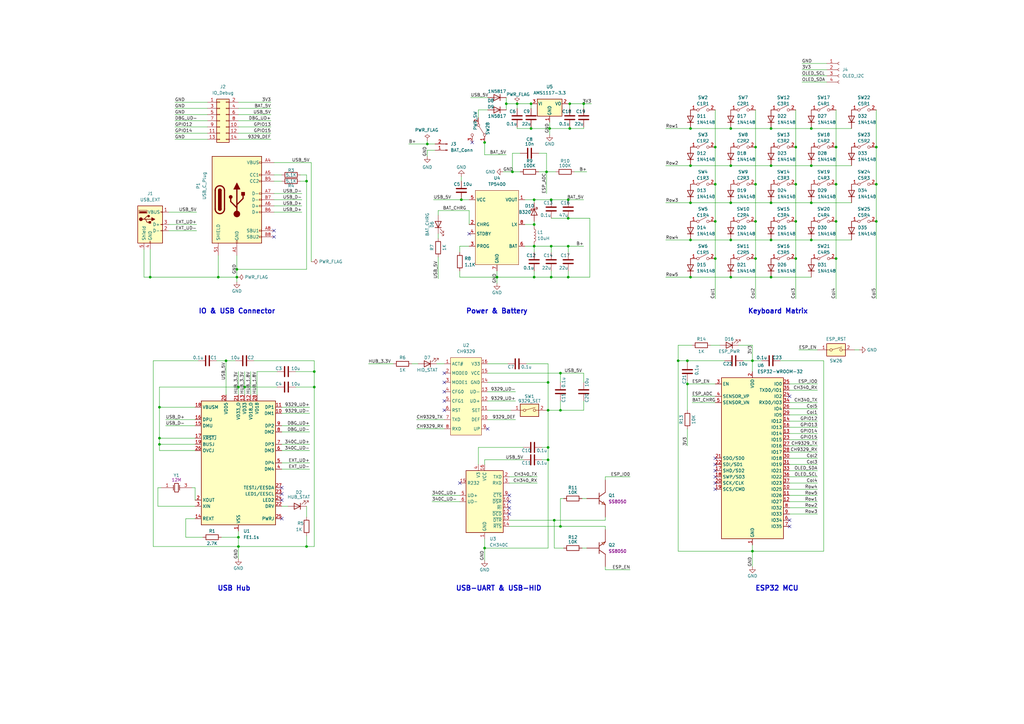
<source format=kicad_sch>
(kicad_sch (version 20211123) (generator eeschema)
  (paper "A3")
  (title_block (title "ESP32 Macro NumPad") (date "2022-04-03") (rev "Alpha 0.1") (company "Adamwuqwq"))
  (junction (at 308.61 226.06))
  (junction (at 97.79 158.75))
  (junction (at 227.33 213.36))
  (junction (at 224.79 183.515))
  (junction (at 293.37 75.565))
  (junction (at 299.72 52.705))
  (junction (at 128.905 158.75))
  (junction (at 309.88 90.805))
  (junction (at 217.805 42.545))
  (junction (at 233.68 42.545))
  (junction (at 224.79 168.275))
  (junction (at 189.23 81.915))
  (junction (at 217.805 52.705))
  (junction (at 342.9 60.325))
  (junction (at 97.79 224.155))
  (junction (at 239.395 42.545))
  (junction (at 226.06 113.665))
  (junction (at 226.06 100.965))
  (junction (at 226.06 81.915))
  (junction (at 332.74 83.185))
  (junction (at 281.94 157.48))
  (junction (at 224.155 70.485))
  (junction (at 326.39 60.325))
  (junction (at 326.39 75.565))
  (junction (at 283.21 113.665))
  (junction (at 233.68 52.705))
  (junction (at 233.045 89.535))
  (junction (at 212.09 42.545))
  (junction (at 326.39 90.805))
  (junction (at 61.595 113.665))
  (junction (at 359.41 90.805))
  (junction (at 229.87 215.9))
  (junction (at 125.73 74.295))
  (junction (at 203.835 113.665))
  (junction (at 219.075 100.965))
  (junction (at 316.23 67.945))
  (junction (at 225.425 52.705))
  (junction (at 224.79 188.595))
  (junction (at 332.74 98.425))
  (junction (at 308.61 147.955))
  (junction (at 229.87 168.275))
  (junction (at 342.9 90.805))
  (junction (at 293.37 106.045))
  (junction (at 175.26 59.055))
  (junction (at 332.74 52.705))
  (junction (at 316.23 83.185))
  (junction (at 309.88 60.325))
  (junction (at 283.21 67.945))
  (junction (at 97.155 113.665))
  (junction (at 207.645 42.545))
  (junction (at 233.045 113.665))
  (junction (at 359.41 75.565))
  (junction (at 359.41 60.325))
  (junction (at 128.905 152.4))
  (junction (at 233.045 81.915))
  (junction (at 283.21 83.185))
  (junction (at 278.13 147.955))
  (junction (at 65.405 179.705))
  (junction (at 89.535 113.665))
  (junction (at 293.37 60.325))
  (junction (at 299.72 67.945))
  (junction (at 309.88 106.045))
  (junction (at 316.23 98.425))
  (junction (at 92.71 147.955))
  (junction (at 233.045 100.965))
  (junction (at 316.23 52.705))
  (junction (at 100.33 158.75))
  (junction (at 283.21 52.705))
  (junction (at 219.075 113.665))
  (junction (at 97.79 220.345))
  (junction (at 342.9 106.045))
  (junction (at 283.21 98.425))
  (junction (at 299.72 113.665))
  (junction (at 224.79 156.845))
  (junction (at 125.73 224.155))
  (junction (at 198.755 224.79))
  (junction (at 299.72 83.185))
  (junction (at 309.88 75.565))
  (junction (at 332.74 67.945))
  (junction (at 281.94 147.955))
  (junction (at 326.39 106.045))
  (junction (at 65.405 167.005))
  (junction (at 97.155 110.49))
  (junction (at 219.075 92.075))
  (junction (at 316.23 113.665))
  (junction (at 229.87 153.035))
  (junction (at 198.755 58.42))
  (junction (at 65.405 182.245))
  (junction (at 210.185 70.485))
  (junction (at 293.37 90.805))
  (junction (at 219.075 81.915))
  (junction (at 299.72 98.425))
  (junction (at 342.9 75.565))
  (no_connect (at 115.57 205.105))
  (no_connect (at 115.57 202.565))
  (no_connect (at 200.025 175.895))
  (no_connect (at 112.395 94.615))
  (no_connect (at 112.395 97.155))
  (no_connect (at 323.85 213.36))
  (no_connect (at 323.85 215.9))
  (no_connect (at 208.915 205.74))
  (no_connect (at 208.915 208.28))
  (no_connect (at 208.915 210.82))
  (no_connect (at 188.595 198.12))
  (no_connect (at 208.915 203.2))
  (no_connect (at 293.37 187.96))
  (no_connect (at 293.37 193.04))
  (no_connect (at 293.37 190.5))
  (no_connect (at 293.37 195.58))
  (no_connect (at 293.37 200.66))
  (no_connect (at 293.37 198.12))
  (no_connect (at 193.675 58.42))
  (no_connect (at 115.57 212.725))
  (no_connect (at 115.57 200.025))
  (no_connect (at 182.245 164.465))
  (no_connect (at 182.245 168.275))
  (no_connect (at 182.245 160.655))
  (no_connect (at 182.245 156.845))
  (no_connect (at 182.245 153.035))
  (no_connect (at 192.405 95.885))
  (no_connect (at 323.85 162.56))
  (wire (pts (xy 359.41 90.805) (xy 359.41 122.555)))
  (wire (pts (xy 233.045 81.915) (xy 239.395 81.915)))
  (wire (pts (xy 227.33 224.79) (xy 227.33 213.36)))
  (wire (pts (xy 281.94 147.955) (xy 281.94 148.59)))
  (wire (pts (xy 198.755 224.79) (xy 224.79 224.79)))
  (wire (pts (xy 323.85 200.66) (xy 335.28 200.66)))
  (wire (pts (xy 248.285 195.58) (xy 258.445 195.58)))
  (wire (pts (xy 151.13 149.225) (xy 161.29 149.225)))
  (wire (pts (xy 97.79 49.53) (xy 111.125 49.53)))
  (wire (pts (xy 112.395 71.755) (xy 115.57 71.755)))
  (wire (pts (xy 65.405 179.705) (xy 80.01 179.705)))
  (wire (pts (xy 192.405 86.36) (xy 192.405 92.075)))
  (wire (pts (xy 80.01 182.245) (xy 65.405 182.245)))
  (wire (pts (xy 97.79 217.805) (xy 97.79 220.345)))
  (wire (pts (xy 248.285 215.9) (xy 248.285 217.17)))
  (wire (pts (xy 226.06 113.665) (xy 219.075 113.665)))
  (wire (pts (xy 175.26 59.055) (xy 178.435 59.055)))
  (wire (pts (xy 67.945 172.085) (xy 80.01 172.085)))
  (wire (pts (xy 115.57 182.245) (xy 127 182.245)))
  (wire (pts (xy 207.645 40.005) (xy 207.645 42.545)))
  (wire (pts (xy 309.88 90.805) (xy 309.88 106.045)))
  (wire (pts (xy 328.93 31.115) (xy 339.09 31.115)))
  (wire (pts (xy 224.79 168.275) (xy 229.87 168.275)))
  (wire (pts (xy 123.19 74.295) (xy 125.73 74.295)))
  (wire (pts (xy 198.755 190.5) (xy 198.755 188.595)))
  (wire (pts (xy 212.09 52.07) (xy 212.09 52.705)))
  (wire (pts (xy 323.85 175.26) (xy 335.28 175.26)))
  (wire (pts (xy 233.68 52.705) (xy 239.395 52.705)))
  (wire (pts (xy 65.405 167.005) (xy 80.01 167.005)))
  (wire (pts (xy 71.755 54.61) (xy 85.09 54.61)))
  (wire (pts (xy 299.72 83.185) (xy 316.23 83.185)))
  (wire (pts (xy 167.64 59.055) (xy 175.26 59.055)))
  (wire (pts (xy 308.61 141.605) (xy 308.61 147.955)))
  (wire (pts (xy 127.635 66.675) (xy 127.635 107.315)))
  (wire (pts (xy 229.87 215.9) (xy 248.285 215.9)))
  (wire (pts (xy 97.79 152.4) (xy 97.79 158.75)))
  (wire (pts (xy 78.74 200.025) (xy 80.01 200.025)))
  (wire (pts (xy 248.285 233.68) (xy 248.285 232.41)))
  (wire (pts (xy 233.045 100.965) (xy 239.395 100.965)))
  (wire (pts (xy 293.37 60.325) (xy 293.37 75.565)))
  (wire (pts (xy 326.39 75.565) (xy 326.39 90.805)))
  (wire (pts (xy 71.755 52.07) (xy 85.09 52.07)))
  (wire (pts (xy 220.98 62.865) (xy 224.155 62.865)))
  (wire (pts (xy 323.85 160.02) (xy 335.28 160.02)))
  (wire (pts (xy 112.395 79.375) (xy 123.825 79.375)))
  (wire (pts (xy 323.85 198.12) (xy 335.28 198.12)))
  (wire (pts (xy 64.77 207.645) (xy 80.01 207.645)))
  (wire (pts (xy 326.39 106.045) (xy 326.39 122.555)))
  (wire (pts (xy 212.09 52.705) (xy 217.805 52.705)))
  (wire (pts (xy 231.14 224.79) (xy 227.33 224.79)))
  (wire (pts (xy 97.79 46.99) (xy 111.125 46.99)))
  (wire (pts (xy 316.23 83.185) (xy 332.74 83.185)))
  (wire (pts (xy 115.57 189.865) (xy 127 189.865)))
  (wire (pts (xy 170.815 172.085) (xy 182.245 172.085)))
  (wire (pts (xy 235.585 70.485) (xy 240.665 70.485)))
  (wire (pts (xy 121.285 152.4) (xy 128.905 152.4)))
  (wire (pts (xy 293.37 75.565) (xy 293.37 90.805)))
  (wire (pts (xy 239.395 168.275) (xy 239.395 164.465)))
  (wire (pts (xy 323.85 170.18) (xy 335.28 170.18)))
  (wire (pts (xy 200.025 172.085) (xy 211.455 172.085)))
  (wire (pts (xy 229.87 164.465) (xy 229.87 168.275)))
  (wire (pts (xy 273.05 52.705) (xy 283.21 52.705)))
  (wire (pts (xy 219.075 100.965) (xy 219.075 103.505)))
  (wire (pts (xy 309.88 106.045) (xy 309.88 122.555)))
  (wire (pts (xy 97.79 44.45) (xy 111.125 44.45)))
  (wire (pts (xy 125.73 110.49) (xy 97.155 110.49)))
  (wire (pts (xy 281.94 156.21) (xy 281.94 157.48)))
  (wire (pts (xy 92.71 147.955) (xy 96.52 147.955)))
  (wire (pts (xy 283.21 83.185) (xy 299.72 83.185)))
  (wire (pts (xy 316.23 52.705) (xy 332.74 52.705)))
  (wire (pts (xy 226.06 89.535) (xy 233.045 89.535)))
  (wire (pts (xy 316.23 113.665) (xy 332.74 113.665)))
  (wire (pts (xy 342.9 45.085) (xy 342.9 60.325)))
  (wire (pts (xy 196.215 183.515) (xy 214.63 183.515)))
  (wire (pts (xy 198.755 224.79) (xy 198.755 229.87)))
  (wire (pts (xy 115.57 169.545) (xy 127 169.545)))
  (wire (pts (xy 71.755 44.45) (xy 85.09 44.45)))
  (wire (pts (xy 238.76 224.79) (xy 240.665 224.79)))
  (wire (pts (xy 115.57 192.405) (xy 127 192.405)))
  (wire (pts (xy 323.85 203.2) (xy 335.28 203.2)))
  (wire (pts (xy 121.285 158.75) (xy 128.905 158.75)))
  (wire (pts (xy 323.85 193.04) (xy 335.28 193.04)))
  (wire (pts (xy 100.33 158.75) (xy 100.33 161.925)))
  (wire (pts (xy 175.26 61.595) (xy 175.26 64.135)))
  (wire (pts (xy 112.395 86.995) (xy 123.825 86.995)))
  (wire (pts (xy 283.21 113.665) (xy 299.72 113.665)))
  (wire (pts (xy 224.155 70.485) (xy 227.965 70.485)))
  (wire (pts (xy 323.85 180.34) (xy 335.28 180.34)))
  (wire (pts (xy 71.755 49.53) (xy 85.09 49.53)))
  (wire (pts (xy 128.905 147.955) (xy 128.905 152.4)))
  (wire (pts (xy 112.395 74.295) (xy 115.57 74.295)))
  (wire (pts (xy 224.155 70.485) (xy 224.155 79.375)))
  (wire (pts (xy 219.075 90.805) (xy 219.075 92.075)))
  (wire (pts (xy 203.835 113.665) (xy 219.075 113.665)))
  (wire (pts (xy 104.14 147.955) (xy 128.905 147.955)))
  (wire (pts (xy 115.57 207.645) (xy 118.11 207.645)))
  (wire (pts (xy 62.865 224.155) (xy 97.79 224.155)))
  (wire (pts (xy 323.85 167.64) (xy 335.28 167.64)))
  (wire (pts (xy 328.93 26.035) (xy 339.09 26.035)))
  (wire (pts (xy 219.075 100.965) (xy 226.06 100.965)))
  (wire (pts (xy 71.755 46.99) (xy 85.09 46.99)))
  (wire (pts (xy 326.39 60.325) (xy 326.39 75.565)))
  (wire (pts (xy 65.405 167.005) (xy 65.405 158.75)))
  (wire (pts (xy 326.39 90.805) (xy 326.39 106.045)))
  (wire (pts (xy 115.57 167.005) (xy 127 167.005)))
  (wire (pts (xy 273.05 98.425) (xy 283.21 98.425)))
  (wire (pts (xy 80.01 184.785) (xy 65.405 184.785)))
  (wire (pts (xy 88.9 147.955) (xy 92.71 147.955)))
  (wire (pts (xy 208.915 215.9) (xy 229.87 215.9)))
  (wire (pts (xy 213.36 62.865) (xy 210.185 62.865)))
  (wire (pts (xy 219.075 92.075) (xy 219.075 92.71)))
  (wire (pts (xy 66.04 200.025) (xy 64.77 200.025)))
  (wire (pts (xy 323.85 165.1) (xy 335.28 165.1)))
  (wire (pts (xy 323.85 195.58) (xy 335.28 195.58)))
  (wire (pts (xy 217.805 42.545) (xy 217.805 44.45)))
  (wire (pts (xy 233.68 42.545) (xy 239.395 42.545)))
  (wire (pts (xy 62.865 147.955) (xy 62.865 224.155)))
  (wire (pts (xy 309.88 45.085) (xy 309.88 60.325)))
  (wire (pts (xy 309.88 60.325) (xy 309.88 75.565)))
  (wire (pts (xy 229.87 168.275) (xy 239.395 168.275)))
  (wire (pts (xy 308.61 147.955) (xy 308.61 152.4)))
  (wire (pts (xy 308.61 147.955) (xy 312.42 147.955)))
  (wire (pts (xy 222.25 183.515) (xy 224.79 183.515)))
  (wire (pts (xy 89.535 113.665) (xy 97.155 113.665)))
  (wire (pts (xy 112.395 84.455) (xy 123.825 84.455)))
  (wire (pts (xy 215.265 81.915) (xy 219.075 81.915)))
  (wire (pts (xy 90.805 220.345) (xy 97.79 220.345)))
  (wire (pts (xy 231.14 204.47) (xy 229.87 204.47)))
  (wire (pts (xy 210.185 70.485) (xy 213.36 70.485)))
  (wire (pts (xy 225.425 52.705) (xy 233.68 52.705)))
  (wire (pts (xy 198.755 63.5) (xy 207.645 63.5)))
  (wire (pts (xy 198.755 58.293) (xy 198.755 58.42)))
  (wire (pts (xy 293.37 45.085) (xy 293.37 60.325)))
  (wire (pts (xy 212.09 42.545) (xy 217.805 42.545)))
  (wire (pts (xy 299.72 113.665) (xy 316.23 113.665)))
  (wire (pts (xy 76.2 212.725) (xy 76.2 220.345)))
  (wire (pts (xy 207.645 42.545) (xy 207.645 45.085)))
  (wire (pts (xy 233.045 42.545) (xy 233.68 42.545)))
  (wire (pts (xy 62.865 147.955) (xy 81.28 147.955)))
  (wire (pts (xy 308.61 147.955) (xy 304.8 147.955)))
  (wire (pts (xy 179.07 149.225) (xy 182.245 149.225)))
  (wire (pts (xy 69.215 86.995) (xy 80.645 86.995)))
  (wire (pts (xy 283.845 141.605) (xy 278.13 141.605)))
  (wire (pts (xy 193.04 40.005) (xy 200.025 40.005)))
  (wire (pts (xy 220.98 70.485) (xy 224.155 70.485)))
  (wire (pts (xy 342.9 60.325) (xy 342.9 75.565)))
  (wire (pts (xy 200.025 156.845) (xy 224.79 156.845)))
  (wire (pts (xy 299.72 52.705) (xy 316.23 52.705)))
  (wire (pts (xy 326.39 45.085) (xy 326.39 60.325)))
  (wire (pts (xy 179.705 86.36) (xy 192.405 86.36)))
  (wire (pts (xy 299.72 98.425) (xy 316.23 98.425)))
  (wire (pts (xy 65.405 158.75) (xy 97.79 158.75)))
  (wire (pts (xy 233.68 52.07) (xy 233.68 52.705)))
  (wire (pts (xy 248.285 212.09) (xy 248.285 213.36)))
  (wire (pts (xy 217.805 52.705) (xy 225.425 52.705)))
  (wire (pts (xy 115.57 177.165) (xy 127 177.165)))
  (wire (pts (xy 210.185 62.865) (xy 210.185 70.485)))
  (wire (pts (xy 233.045 113.665) (xy 233.045 111.125)))
  (wire (pts (xy 273.05 113.665) (xy 283.21 113.665)))
  (wire (pts (xy 278.13 226.06) (xy 308.61 226.06)))
  (wire (pts (xy 61.595 113.665) (xy 89.535 113.665)))
  (wire (pts (xy 309.88 75.565) (xy 309.88 90.805)))
  (wire (pts (xy 293.37 106.045) (xy 293.37 122.555)))
  (wire (pts (xy 112.395 81.915) (xy 123.825 81.915)))
  (wire (pts (xy 219.075 81.915) (xy 219.075 83.185)))
  (wire (pts (xy 332.74 98.425) (xy 349.25 98.425)))
  (wire (pts (xy 278.13 141.605) (xy 278.13 147.955)))
  (wire (pts (xy 323.85 187.96) (xy 335.28 187.96)))
  (wire (pts (xy 323.85 210.82) (xy 335.28 210.82)))
  (wire (pts (xy 332.74 67.945) (xy 349.25 67.945)))
  (wire (pts (xy 316.23 67.945) (xy 332.74 67.945)))
  (wire (pts (xy 177.165 205.74) (xy 188.595 205.74)))
  (wire (pts (xy 208.915 213.36) (xy 227.33 213.36)))
  (wire (pts (xy 308.61 226.06) (xy 308.61 232.41)))
  (wire (pts (xy 97.79 224.155) (xy 97.79 229.235)))
  (wire (pts (xy 128.905 158.75) (xy 128.905 224.155)))
  (wire (pts (xy 316.23 98.425) (xy 332.74 98.425)))
  (wire (pts (xy 207.645 42.545) (xy 212.09 42.545)))
  (wire (pts (xy 208.915 195.58) (xy 220.345 195.58)))
  (wire (pts (xy 323.85 208.28) (xy 335.28 208.28)))
  (wire (pts (xy 239.395 42.545) (xy 242.57 42.545)))
  (wire (pts (xy 65.405 182.245) (xy 65.405 179.705)))
  (wire (pts (xy 198.755 220.98) (xy 198.755 224.79)))
  (wire (pts (xy 64.77 200.025) (xy 64.77 207.645)))
  (wire (pts (xy 281.94 147.955) (xy 297.18 147.955)))
  (wire (pts (xy 226.06 103.505) (xy 226.06 100.965)))
  (wire (pts (xy 97.79 41.91) (xy 111.125 41.91)))
  (wire (pts (xy 189.23 81.915) (xy 192.405 81.915)))
  (wire (pts (xy 168.91 149.225) (xy 171.45 149.225)))
  (wire (pts (xy 226.06 113.665) (xy 233.045 113.665)))
  (wire (pts (xy 273.05 67.945) (xy 283.21 67.945)))
  (wire (pts (xy 188.595 111.125) (xy 188.595 113.665)))
  (wire (pts (xy 102.87 152.4) (xy 102.87 161.925)))
  (wire (pts (xy 59.055 102.235) (xy 59.055 113.665)))
  (wire (pts (xy 320.04 147.955) (xy 337.82 147.955)))
  (wire (pts (xy 179.705 95.885) (xy 179.705 97.79)))
  (wire (pts (xy 80.01 212.725) (xy 76.2 212.725)))
  (wire (pts (xy 359.41 45.085) (xy 359.41 60.325)))
  (wire (pts (xy 71.755 57.15) (xy 85.09 57.15)))
  (wire (pts (xy 219.075 100.33) (xy 219.075 100.965)))
  (wire (pts (xy 224.79 168.275) (xy 224.79 183.515)))
  (wire (pts (xy 115.57 174.625) (xy 127 174.625)))
  (wire (pts (xy 69.215 94.615) (xy 80.645 94.615)))
  (wire (pts (xy 97.79 54.61) (xy 111.125 54.61)))
  (wire (pts (xy 179.705 105.41) (xy 179.705 114.3)))
  (wire (pts (xy 97.155 104.775) (xy 97.155 110.49)))
  (wire (pts (xy 299.72 67.945) (xy 316.23 67.945)))
  (wire (pts (xy 323.85 172.72) (xy 335.28 172.72)))
  (wire (pts (xy 342.9 106.045) (xy 342.9 122.555)))
  (wire (pts (xy 170.815 175.895) (xy 182.245 175.895)))
  (wire (pts (xy 215.265 100.965) (xy 219.075 100.965)))
  (wire (pts (xy 283.845 162.56) (xy 293.37 162.56)))
  (wire (pts (xy 215.265 92.075) (xy 219.075 92.075)))
  (wire (pts (xy 229.87 153.035) (xy 229.87 156.845)))
  (wire (pts (xy 97.155 115.57) (xy 97.155 113.665)))
  (wire (pts (xy 226.06 81.915) (xy 233.045 81.915)))
  (wire (pts (xy 61.595 102.235) (xy 61.595 113.665)))
  (wire (pts (xy 248.285 233.68) (xy 258.445 233.68)))
  (wire (pts (xy 188.595 113.665) (xy 203.835 113.665)))
  (wire (pts (xy 283.21 52.705) (xy 299.72 52.705)))
  (wire (pts (xy 200.025 153.035) (xy 229.87 153.035)))
  (wire (pts (xy 97.155 110.49) (xy 97.155 113.665)))
  (wire (pts (xy 112.395 66.675) (xy 127.635 66.675)))
  (wire (pts (xy 241.935 89.535) (xy 241.935 113.665)))
  (wire (pts (xy 302.895 141.605) (xy 308.61 141.605)))
  (wire (pts (xy 71.755 41.91) (xy 85.09 41.91)))
  (wire (pts (xy 332.74 52.705) (xy 349.25 52.705)))
  (wire (pts (xy 97.79 224.155) (xy 125.73 224.155)))
  (wire (pts (xy 224.79 188.595) (xy 224.79 224.79)))
  (wire (pts (xy 177.8 81.915) (xy 189.23 81.915)))
  (wire (pts (xy 226.06 100.965) (xy 233.045 100.965)))
  (wire (pts (xy 291.465 141.605) (xy 295.275 141.605)))
  (wire (pts (xy 200.025 164.465) (xy 211.455 164.465)))
  (wire (pts (xy 224.155 62.865) (xy 224.155 70.485)))
  (wire (pts (xy 233.045 100.965) (xy 233.045 103.505)))
  (wire (pts (xy 342.9 90.805) (xy 342.9 106.045)))
  (wire (pts (xy 323.85 190.5) (xy 335.28 190.5)))
  (wire (pts (xy 283.21 67.945) (xy 299.72 67.945)))
  (wire (pts (xy 226.06 111.125) (xy 226.06 113.665)))
  (wire (pts (xy 59.055 113.665) (xy 61.595 113.665)))
  (wire (pts (xy 219.075 81.915) (xy 226.06 81.915)))
  (wire (pts (xy 125.73 74.295) (xy 125.73 110.49)))
  (wire (pts (xy 123.19 71.755) (xy 125.73 71.755)))
  (wire (pts (xy 76.2 220.345) (xy 83.185 220.345)))
  (wire (pts (xy 278.13 147.955) (xy 278.13 226.06)))
  (wire (pts (xy 227.33 213.36) (xy 248.285 213.36)))
  (wire (pts (xy 229.87 153.035) (xy 239.395 153.035)))
  (wire (pts (xy 217.805 52.07) (xy 217.805 52.705)))
  (wire (pts (xy 203.835 113.665) (xy 203.835 116.205)))
  (wire (pts (xy 69.215 92.075) (xy 80.645 92.075)))
  (wire (pts (xy 332.74 83.185) (xy 349.25 83.185)))
  (wire (pts (xy 188.595 103.505) (xy 188.595 100.965)))
  (wire (pts (xy 188.595 100.965) (xy 192.405 100.965)))
  (wire (pts (xy 233.68 42.545) (xy 233.68 44.45)))
  (wire (pts (xy 219.075 111.125) (xy 219.075 113.665)))
  (wire (pts (xy 97.79 220.345) (xy 97.79 224.155)))
  (wire (pts (xy 175.26 57.785) (xy 175.26 59.055)))
  (wire (pts (xy 281.94 157.48) (xy 281.94 168.275)))
  (wire (pts (xy 196.215 45.085) (xy 200.025 45.085)))
  (wire (pts (xy 65.405 179.705) (xy 65.405 167.005)))
  (wire (pts (xy 67.945 174.625) (xy 80.01 174.625)))
  (wire (pts (xy 323.85 157.48) (xy 335.28 157.48)))
  (wire (pts (xy 328.93 33.655) (xy 339.09 33.655)))
  (wire (pts (xy 281.94 175.895) (xy 281.94 182.88)))
  (wire (pts (xy 175.26 61.595) (xy 178.435 61.595)))
  (wire (pts (xy 224.79 149.225) (xy 224.79 156.845)))
  (wire (pts (xy 177.165 203.2) (xy 188.595 203.2)))
  (wire (pts (xy 327.66 143.51) (xy 335.28 143.51)))
  (wire (pts (xy 308.61 223.52) (xy 308.61 226.06)))
  (wire (pts (xy 115.57 184.785) (xy 127 184.785)))
  (wire (pts (xy 239.395 42.545) (xy 239.395 44.45)))
  (wire (pts (xy 229.87 204.47) (xy 229.87 215.9)))
  (wire (pts (xy 97.79 57.15) (xy 111.125 57.15)))
  (wire (pts (xy 233.045 89.535) (xy 241.935 89.535)))
  (wire (pts (xy 80.01 200.025) (xy 80.01 205.105)))
  (wire (pts (xy 198.755 58.42) (xy 198.755 63.5)))
  (wire (pts (xy 241.935 113.665) (xy 233.045 113.665)))
  (wire (pts (xy 100.33 158.75) (xy 113.665 158.75)))
  (wire (pts (xy 281.94 157.48) (xy 293.37 157.48)))
  (wire (pts (xy 196.215 48.26) (xy 196.215 45.085)))
  (wire (pts (xy 225.425 50.165) (xy 225.425 52.705)))
  (wire (pts (xy 105.41 152.4) (xy 105.41 161.925)))
  (wire (pts (xy 100.33 152.4) (xy 100.33 158.75)))
  (wire (pts (xy 293.37 90.805) (xy 293.37 106.045)))
  (wire (pts (xy 179.705 88.265) (xy 179.705 86.36)))
  (wire (pts (xy 238.76 204.47) (xy 240.665 204.47)))
  (wire (pts (xy 212.09 42.545) (xy 212.09 44.45)))
  (wire (pts (xy 323.85 205.74) (xy 335.28 205.74)))
  (wire (pts (xy 328.93 28.575) (xy 339.09 28.575)))
  (wire (pts (xy 222.25 188.595) (xy 224.79 188.595)))
  (wire (pts (xy 248.285 195.58) (xy 248.285 196.85)))
  (wire (pts (xy 337.82 226.06) (xy 308.61 226.06)))
  (wire (pts (xy 359.41 75.565) (xy 359.41 90.805)))
  (wire (pts (xy 273.05 83.185) (xy 283.21 83.185)))
  (wire (pts (xy 97.79 52.07) (xy 111.125 52.07)))
  (wire (pts (xy 323.85 182.88) (xy 335.28 182.88)))
  (wire (pts (xy 125.73 207.645) (xy 125.73 212.09)))
  (wire (pts (xy 200.025 160.655) (xy 211.455 160.655)))
  (wire (pts (xy 239.395 52.705) (xy 239.395 52.07)))
  (wire (pts (xy 283.21 98.425) (xy 299.72 98.425)))
  (wire (pts (xy 200.025 149.225) (xy 208.28 149.225)))
  (wire (pts (xy 323.85 185.42) (xy 335.28 185.42)))
  (wire (pts (xy 189.23 72.39) (xy 189.23 74.295)))
  (wire (pts (xy 239.395 153.035) (xy 239.395 156.845)))
  (wire (pts (xy 65.405 184.785) (xy 65.405 182.245)))
  (wire (pts (xy 97.79 158.75) (xy 97.79 161.925)))
  (wire (pts (xy 342.9 75.565) (xy 342.9 90.805)))
  (wire (pts (xy 208.915 198.12) (xy 220.345 198.12)))
  (wire (pts (xy 323.85 177.8) (xy 335.28 177.8)))
  (wire (pts (xy 359.41 60.325) (xy 359.41 75.565)))
  (wire (pts (xy 105.41 152.4) (xy 113.665 152.4)))
  (wire (pts (xy 89.535 113.665) (xy 89.535 104.775)))
  (wire (pts (xy 225.425 52.705) (xy 225.425 55.245)))
  (wire (pts (xy 198.755 188.595) (xy 214.63 188.595)))
  (wire (pts (xy 125.73 224.155) (xy 128.905 224.155)))
  (wire (pts (xy 125.73 219.71) (xy 125.73 224.155)))
  (wire (pts (xy 200.025 168.275) (xy 209.55 168.275)))
  (wire (pts (xy 278.13 147.955) (xy 281.94 147.955)))
  (wire (pts (xy 196.215 190.5) (xy 196.215 183.515)))
  (wire (pts (xy 128.905 152.4) (xy 128.905 158.75)))
  (wire (pts (xy 203.835 111.125) (xy 203.835 113.665)))
  (wire (pts (xy 283.845 165.1) (xy 293.37 165.1)))
  (wire (pts (xy 224.79 183.515) (xy 224.79 188.595)))
  (wire (pts (xy 215.9 149.225) (xy 224.79 149.225)))
  (wire (pts (xy 224.79 156.845) (xy 224.79 168.275)))
  (wire (pts (xy 352.425 143.51) (xy 350.52 143.51)))
  (wire (pts (xy 125.73 71.755) (xy 125.73 74.295)))
  (wire (pts (xy 206.375 70.485) (xy 210.185 70.485)))
  (wire (pts (xy 337.82 147.955) (xy 337.82 226.06)))
  (wire (pts (xy 92.71 147.955) (xy 92.71 161.925)))
  (text "USB Hub" (at 102.87 242.57 180) (effects (font (size 2 2) bold) (justify right bottom)))
  (text "Keyboard Matrix" (at 331.47 128.905 180) (effects (font (size 2 2) bold) (justify right bottom)))
  (text "USB-UART & USB-HID" (at 222.25 242.57 180) (effects (font (size 2 2) bold) (justify right bottom)))
  (text "Power & Battery\n" (at 216.535 128.905 180) (effects (font (size 2 2) bold) (justify right bottom)))
  (text "IO & USB Connector" (at 113.03 128.905 180) (effects (font (size 2 2) bold) (justify right bottom)))
  (text "ESP32 MCU" (at 327.66 242.57 180) (effects (font (size 2 2) bold) (justify right bottom)))
  (label "OLED_SCL" (at 328.93 31.115 0))
  (label "DBG_UD-" (at 127 177.165 180))
  (label "GPIO12" (at 335.28 172.72 180))
  (label "9329_UD+" (at 127 167.005 180))
  (label "GPIO14" (at 335.28 177.8 180))
  (label "GND" (at 71.755 46.99 0))
  (label "GPIO14" (at 71.755 54.61 0))
  (label "CH9329_TX" (at 170.815 172.085 0))
  (label "DBG_UD-" (at 71.755 49.53 0))
  (label "ESP_IO0" (at 258.445 195.58 180))
  (label "BAT_5V" (at 239.395 81.915 180))
  (label "DBG_UD+" (at 127 174.625 180))
  (label "9329_UD-" (at 127 169.545 180))
  (label "CH340_TX" (at 220.345 195.58 180))
  (label "EXT_UD+" (at 127 189.865 180))
  (label "GND" (at 206.375 70.485 0))
  (label "USB_D-" (at 67.945 174.625 0))
  (label "USB_5V" (at 92.71 148.59 270))
  (label "GND" (at 97.79 229.235 90))
  (label "ESP_IO0" (at 335.28 157.48 180))
  (label "GND" (at 97.155 112.395 90))
  (label "Row4" (at 335.28 200.66 180))
  (label "Row4" (at 273.05 98.425 0))
  (label "HUB_1.8V" (at 105.41 152.4 270))
  (label "GND" (at 328.93 26.035 0))
  (label "Col1" (at 335.28 170.18 180))
  (label "GND" (at 198.755 229.87 90))
  (label "340C_UD+" (at 127 182.245 180))
  (label "Col5" (at 359.41 122.555 90))
  (label "USB_5V" (at 80.645 86.995 180))
  (label "USB_5V" (at 127 66.675 180))
  (label "EXT_UD-" (at 80.645 94.615 180))
  (label "USB_5V" (at 177.8 81.915 0))
  (label "GND" (at 308.61 232.41 90))
  (label "BAT_5V" (at 111.125 44.45 180))
  (label "Col3" (at 326.39 122.555 90))
  (label "9329_DEF" (at 111.125 57.15 180))
  (label "CH9329_RX" (at 170.815 175.895 0))
  (label "Col4" (at 342.9 122.555 90))
  (label "CH340_RX" (at 335.28 160.02 180))
  (label "ESP_EN" (at 283.845 157.48 0))
  (label "GPIO15" (at 335.28 180.34 180))
  (label "HUB_1.8V" (at 102.87 152.4 270))
  (label "Col3" (at 335.28 190.5 180))
  (label "B+" (at 240.665 70.485 180))
  (label "ESP_ADC" (at 224.155 79.375 90))
  (label "BAT_5V" (at 207.645 63.5 180))
  (label "Col1" (at 293.37 122.555 90))
  (label "EXT_UD-" (at 127 192.405 180))
  (label "Row2" (at 273.05 67.945 0))
  (label "USB_5V" (at 238.76 153.035 180))
  (label "Row1" (at 273.05 52.705 0))
  (label "9329_DEF" (at 211.455 172.085 180))
  (label "CH9329_RX" (at 335.28 185.42 180))
  (label "9329_UD-" (at 211.455 160.655 180))
  (label "OLED_SCL" (at 335.28 195.58 180))
  (label "Col5" (at 335.28 167.64 180))
  (label "9329_UD+" (at 211.455 164.465 180))
  (label "340C_UD-" (at 127 184.785 180))
  (label "3V3" (at 111.125 41.91 180))
  (label "USB_5V" (at 193.04 40.005 0))
  (label "Col2" (at 335.28 187.96 180))
  (label "CH9329_TX" (at 335.28 182.88 180))
  (label "HUB_3.3V" (at 151.13 149.225 0))
  (label "OLED_SDA" (at 335.28 193.04 180))
  (label "Row5" (at 335.28 203.2 180))
  (label "CH340_RX" (at 220.345 198.12 180))
  (label "DBG_UD+" (at 111.125 49.53 180))
  (label "3V3" (at 281.94 182.88 90))
  (label "Row2" (at 335.28 208.28 180))
  (label "USB_D-" (at 123.825 79.375 180))
  (label "USB_D+" (at 67.945 172.085 0))
  (label "Col4" (at 335.28 198.12 180))
  (label "GND" (at 225.425 54.61 90))
  (label "GND" (at 71.755 57.15 0))
  (label "ESP_EN" (at 327.66 143.51 0))
  (label "B+" (at 167.64 59.055 0))
  (label "Col2" (at 309.88 122.555 90))
  (label "3V3" (at 328.93 28.575 0))
  (label "HUB_3.3V" (at 97.79 152.4 270))
  (label "USB_D+" (at 123.825 84.455 180))
  (label "B+" (at 239.395 100.965 180))
  (label "GND" (at 203.835 116.205 90))
  (label "USB_5V" (at 111.125 46.99 180))
  (label "Row3" (at 273.05 83.185 0))
  (label "340C_UD+" (at 177.165 203.2 0))
  (label "GPIO15" (at 111.125 54.61 180))
  (label "GND" (at 71.755 41.91 0))
  (label "BAT_CHRG" (at 181.61 86.36 0))
  (label "GPIO13" (at 335.28 175.26 180))
  (label "3V3" (at 308.61 141.605 270))
  (label "ESP_ADC" (at 283.845 162.56 0))
  (label "USB_D-" (at 123.825 81.915 180))
  (label "GPIO12" (at 71.755 52.07 0))
  (label "3V3" (at 242.57 42.545 180))
  (label "Row5" (at 273.05 113.665 0))
  (label "EXT_UD+" (at 80.645 92.075 180))
  (label "Row1" (at 335.28 205.74 180))
  (label "USB_D+" (at 123.825 86.995 180))
  (label "OLED_SDA" (at 328.93 33.655 0))
  (label "USB_5V" (at 179.705 114.3 90))
  (label "340C_UD-" (at 177.165 205.74 0))
  (label "GND" (at 175.26 64.135 90))
  (label "Row3" (at 335.28 210.82 180))
  (label "ESP_EN" (at 258.445 233.68 180))
  (label "HUB_3.3V" (at 100.33 152.4 270))
  (label "BAT_CHRG" (at 283.845 165.1 0))
  (label "CH340_TX" (at 335.28 165.1 180))
  (label "GND" (at 71.755 44.45 0))
  (label "USB_5V" (at 214.63 188.595 180))
  (label "GPIO13" (at 111.125 52.07 180))
  (symbol (lib_id "power:PWR_FLAG") (at 127.635 107.315 270) (unit 1)
    (property "Reference" "#FLG02" (effects hide))
    (property "Value" "PWR_FLAG" (at 130.81 107.3149 90) (effects (justify left)))
  )
  (symbol (lib_id "Device:D") (at 349.25 79.375 90) (unit 1)
    (property "Reference" "D34" (at 351.79 78.1049 90) (effects (justify right)))
    (property "Value" "1N4148" (at 351.79 80.6449 90) (effects (justify right)))
    (property "Footprint" "Diode_SMD:D_SOD-123" (effects hide))
  )
  (symbol (lib_id "Device:D") (at 283.21 48.895 90) (unit 1)
    (property "Reference" "D11" (at 285.75 47.6249 90) (effects (justify right)))
    (property "Value" "1N4148" (at 285.75 50.1649 90) (effects (justify right)))
    (property "Footprint" "Diode_SMD:D_SOD-123" (effects hide))
  )
  (symbol (lib_id "Device:R") (at 119.38 71.755 90) (unit 1)
    (property "Reference" "R3" (at 119.38 69.85 90))
    (property "Value" "5.1K" (at 119.38 71.755 90))
    (property "Footprint" "Resistor_SMD:R_0805_2012Metric" (effects hide))
  )
  (symbol (lib_id "Switch:SW_SPST") (at 321.31 60.325 0) (unit 1)
    (property "Reference" "SW13" (at 321.31 55.245 0))
    (property "Value" "C3R2" (at 321.31 57.785 0))
    (property "Footprint" "Button_Switch_Keyboard:SW_Cherry_MX_1.00u_PCB" (effects hide))
  )
  (symbol (lib_id "Device:D") (at 283.21 94.615 90) (unit 1)
    (property "Reference" "D14" (at 285.75 93.3449 90) (effects (justify right)))
    (property "Value" "1N4148" (at 285.75 95.8849 90) (effects (justify right)))
    (property "Footprint" "Diode_SMD:D_SOD-123" (effects hide))
  )
  (symbol (lib_id "Connector:Conn_01x02_Male") (at 183.515 61.595 180) (unit 1)
    (property "Reference" "J3" (at 184.785 59.0549 0) (effects (justify right)))
    (property "Value" "BAT_Conn" (at 184.785 61.5949 0) (effects (justify right)))
    (property "Footprint" "Connector_PinHeader_2.00mm:PinHeader_2x01_P2.00mm_Vertical_SMD" (effects hide))
  )
  (symbol (lib_id "Device:C") (at 226.06 85.725 0) (unit 1)
    (property "Reference" "C13" (at 222.885 83.185 0) (effects (justify left)))
    (property "Value" "0.1u" (at 221.615 88.265 0) (effects (justify left)))
    (property "Footprint" "Capacitor_SMD:C_0805_2012Metric" (effects hide))
  )
  (symbol (lib_id "Device:D") (at 316.23 109.855 90) (unit 1)
    (property "Reference" "D26" (at 318.77 108.5849 90) (effects (justify right)))
    (property "Value" "1N4148" (at 318.77 111.1249 90) (effects (justify right)))
    (property "Footprint" "Diode_SMD:D_SOD-123" (effects hide))
  )
  (symbol (lib_id "Device:R") (at 86.995 220.345 90) (unit 1)
    (property "Reference" "R1" (at 86.995 217.805 90))
    (property "Value" "2.7K" (at 86.995 222.885 90))
    (property "Footprint" "Resistor_SMD:R_0805_2012Metric" (effects hide))
  )
  (symbol (lib_id "Device:D") (at 349.25 94.615 90) (unit 1)
    (property "Reference" "D35" (at 351.79 93.345 90) (effects (justify right)))
    (property "Value" "1N4148" (at 351.79 95.885 90) (effects (justify right)))
    (property "Footprint" "Diode_SMD:D_SOD-123" (effects hide))
  )
  (symbol (lib_id "Device:C") (at 100.33 147.955 270) (unit 1)
    (property "Reference" "C2" (at 102.87 146.685 90))
    (property "Value" "10u" (at 96.52 146.685 90))
    (property "Footprint" "Capacitor_SMD:C_0805_2012Metric" (effects hide))
  )
  (symbol (lib_id "Switch:SW_SPST") (at 337.82 45.085 0) (unit 1)
    (property "Reference" "SW17" (at 337.82 40.005 0))
    (property "Value" "C4R1" (at 337.82 42.545 0))
    (property "Footprint" "Button_Switch_Keyboard:SW_Cherry_MX_1.00u_PCB" (effects hide))
  )
  (symbol (lib_id "power:GND") (at 198.755 229.87 0) (unit 1)
    (property "Reference" "#PWR05" (effects hide))
    (property "Value" "GND" (at 198.755 233.68 0))
  )
  (symbol (lib_id "Device:D") (at 299.72 64.135 90) (unit 1)
    (property "Reference" "D18" (at 302.26 62.8649 90) (effects (justify right)))
    (property "Value" "1N4148" (at 302.26 65.4049 90) (effects (justify right)))
    (property "Footprint" "Diode_SMD:D_SOD-123" (effects hide))
  )
  (symbol (lib_id "Connector:Conn_01x04_Female") (at 344.17 28.575 0) (unit 1)
    (property "Reference" "J4" (at 345.44 28.5749 0) (effects (justify left)))
    (property "Value" "OLED_I2C" (at 345.44 31.1149 0) (effects (justify left)))
    (property "Footprint" "Connector_PinSocket_2.54mm:PinSocket_1x04_P2.54mm_Vertical" (effects hide))
  )
  (symbol (lib_id "Device:R") (at 179.705 101.6 180) (unit 1)
    (property "Reference" "R7" (at 177.165 102.87 90) (effects (justify right)))
    (property "Value" "1K" (at 182.245 102.8699 90) (effects (justify right)))
    (property "Footprint" "Resistor_SMD:R_0805_2012Metric" (effects hide))
  )
  (symbol (lib_id "Device:R") (at 234.95 224.79 90) (unit 1)
    (property "Reference" "R12" (at 234.95 220.345 90))
    (property "Value" "10K" (at 234.95 222.25 90))
    (property "Footprint" "Resistor_SMD:R_0805_2012Metric" (effects hide))
  )
  (symbol (lib_id "Device:R") (at 281.94 172.085 0) (unit 1)
    (property "Reference" "R13" (at 279.4 172.085 90))
    (property "Value" "10K" (at 284.48 172.085 90))
    (property "Footprint" "Resistor_SMD:R_0805_2012Metric" (effects hide))
  )
  (symbol (lib_id "Device:LED") (at 121.92 207.645 180) (unit 1)
    (property "Reference" "D2" (at 122.555 201.93 0))
    (property "Value" "HUB_STAT" (at 122.555 203.835 0))
    (property "Footprint" "LED_SMD:LED_0805_2012Metric" (effects hide))
  )
  (symbol (lib_id "power:GND") (at 97.79 229.235 0) (unit 1)
    (property "Reference" "#PWR02" (effects hide))
    (property "Value" "GND" (at 97.79 233.045 0))
  )
  (symbol (lib_id "Connector:USB_A") (at 61.595 92.075 0) (unit 1)
    (property "Reference" "J1" (at 61.595 79.375 0))
    (property "Value" "USB_EXT" (at 61.595 81.915 0))
    (property "Footprint" "Connector_USB:USB_A_Stewart_SS-52100-001_Horizontal" (effects hide))
    (property "Datasheet" " ~" (effects hide))
  )
  (symbol (lib_id "Device:C") (at 239.395 160.655 180) (unit 1)
    (property "Reference" "C20" (at 240.665 163.195 90))
    (property "Value" "10u" (at 240.665 156.845 90))
    (property "Footprint" "Capacitor_SMD:C_0805_2012Metric" (effects hide))
  )
  (symbol (lib_id "Device:D") (at 299.72 48.895 90) (unit 1)
    (property "Reference" "D17" (at 302.26 47.6249 90) (effects (justify right)))
    (property "Value" "1N4148" (at 302.26 50.1649 90) (effects (justify right)))
    (property "Footprint" "Diode_SMD:D_SOD-123" (effects hide))
  )
  (symbol (lib_id "power:GND") (at 175.26 64.135 0) (unit 1)
    (property "Reference" "#PWR03" (effects hide))
    (property "Value" "GND" (at 175.26 68.58 0))
  )
  (symbol (lib_id "Switch:SW_SPST") (at 321.31 45.085 0) (unit 1)
    (property "Reference" "SW12" (at 321.31 40.005 0))
    (property "Value" "C3R1" (at 321.31 42.545 0))
    (property "Footprint" "Button_Switch_Keyboard:SW_Cherry_MX_1.00u_PCB" (effects hide))
  )
  (symbol (lib_id "Switch:SW_SPST") (at 288.29 45.085 0) (unit 1)
    (property "Reference" "SW2" (at 288.29 40.005 0))
    (property "Value" "C1R1" (at 288.29 42.545 0))
    (property "Footprint" "Button_Switch_Keyboard:SW_Cherry_MX_1.00u_PCB" (effects hide))
  )
  (symbol (lib_id "Switch:SW_SPST") (at 288.29 90.805 0) (unit 1)
    (property "Reference" "SW5" (at 288.29 85.725 0))
    (property "Value" "C1R4" (at 288.29 88.265 0))
    (property "Footprint" "Button_Switch_Keyboard:SW_Cherry_MX_1.00u_PCB" (effects hide))
  )
  (symbol (lib_id "Device:LED") (at 175.26 149.225 180) (unit 1)
    (property "Reference" "D7" (at 175.26 146.685 0))
    (property "Value" "HID_STAT" (at 175.26 151.765 0))
    (property "Footprint" "LED_SMD:LED_0805_2012Metric" (effects hide))
  )
  (symbol (lib_id "Switch:SW_DIP_x01") (at 342.9 143.51 0) (unit 1)
    (property "Reference" "SW26" (at 342.9 147.955 0))
    (property "Value" "ESP_RST" (at 342.9 139.065 0))
    (property "Footprint" "Button_Switch_SMD:SW_SPST_CK_RS282G05A3" (effects hide))
  )
  (symbol (lib_id "Device:R") (at 125.73 215.9 180) (unit 1)
    (property "Reference" "R5" (at 121.92 214.63 0) (effects (justify right)))
    (property "Value" "1K" (at 121.285 217.17 0) (effects (justify right)))
    (property "Footprint" "Resistor_SMD:R_0805_2012Metric" (effects hide))
  )
  (symbol (lib_id "Device:LED") (at 179.705 92.075 90) (unit 1)
    (property "Reference" "D6" (at 177.165 92.075 0))
    (property "Value" "BAT_CHRG" (at 175.26 92.075 0))
    (property "Footprint" "LED_SMD:LED_0805_2012Metric" (effects hide))
  )
  (symbol (lib_id "Device:D") (at 299.72 79.375 90) (unit 1)
    (property "Reference" "D19" (at 302.26 78.1049 90) (effects (justify right)))
    (property "Value" "1N4148" (at 302.26 80.6449 90) (effects (justify right)))
    (property "Footprint" "Diode_SMD:D_SOD-123" (effects hide))
  )
  (symbol (lib_id "Switch:SW_SPST") (at 304.8 60.325 0) (unit 1)
    (property "Reference" "SW8" (at 304.8 55.245 0))
    (property "Value" "C2R2" (at 304.8 57.785 0))
    (property "Footprint" "Button_Switch_Keyboard:SW_Cherry_MX_1.00u_PCB" (effects hide))
  )
  (symbol (lib_id "Device:C") (at 233.68 48.26 0) (unit 1)
    (property "Reference" "C18" (at 230.505 45.72 0) (effects (justify left)))
    (property "Value" "0.1u" (at 229.235 50.8 0) (effects (justify left)))
    (property "Footprint" "Capacitor_SMD:C_0805_2012Metric" (effects hide))
  )
  (symbol (lib_id "Switch:SW_SPST") (at 321.31 75.565 0) (unit 1)
    (property "Reference" "SW14" (at 321.31 70.485 0))
    (property "Value" "C3R3" (at 321.31 73.025 0))
    (property "Footprint" "Button_Switch_Keyboard:SW_Cherry_MX_1.00u_PCB" (effects hide))
  )
  (symbol (lib_id "Switch:SW_SPST") (at 304.8 90.805 0) (unit 1)
    (property "Reference" "SW10" (at 304.8 85.725 0))
    (property "Value" "C2R4" (at 304.8 88.265 0))
    (property "Footprint" "Button_Switch_Keyboard:SW_Cherry_MX_1.00u_PCB" (effects hide))
  )
  (symbol (lib_id "Device:D") (at 332.74 94.615 90) (unit 1)
    (property "Reference" "D30" (at 335.28 93.3449 90) (effects (justify right)))
    (property "Value" "1N4148" (at 335.28 95.8849 90) (effects (justify right)))
    (property "Footprint" "Diode_SMD:D_SOD-123" (effects hide))
  )
  (symbol (lib_id "Switch:SW_SPDT") (at 196.215 53.34 270) (unit 1)
    (property "Reference" "SW28" (at 200.025 52.705 0))
    (property "Value" "PWR_SW" (at 194.945 49.53 0))
    (property "Footprint" "Button_Switch_SMD:SW_SPDT_PCM12" (effects hide))
  )
  (symbol (lib_id "Interface_USB:CH9329") (at 191.135 161.925 0) (unit 1)
    (property "Reference" "U2" (at 191.135 141.605 0))
    (property "Value" "CH9329" (at 191.135 144.145 0))
    (property "Footprint" "Package_SO:SOP-16_3.9x9.9mm_P1.27mm" (effects hide))
  )
  (symbol (lib_id "Device:D") (at 349.25 64.135 90) (unit 1)
    (property "Reference" "D33" (at 351.79 62.8649 90) (effects (justify right)))
    (property "Value" "1N4148" (at 351.79 65.4049 90) (effects (justify right)))
    (property "Footprint" "Diode_SMD:D_SOD-123" (effects hide))
  )
  (symbol (lib_id "Switch:SW_SPST") (at 354.33 60.325 0) (unit 1)
    (property "Reference" "SW23" (at 354.33 55.245 0))
    (property "Value" "C5R2" (at 354.33 57.785 0))
    (property "Footprint" "Button_Switch_Keyboard:SW_Cherry_MX_1.00u_PCB" (effects hide))
  )
  (symbol (lib_id "lc_CrystalOscillator:SMD-3225_4P__12MHZ_20PF_10PPM") (at 73.66 200.025 0) (unit 1)
    (property "Reference" "Y1" (at 72.39 194.945 0))
    (property "Value" "SMD-3225_4P__12MHZ_20PF_10PPM" (effects hide))
    (property "Footprint" "Crystal:Crystal_SMD_TXC_7M-4Pin_3.2x2.5mm" (effects hide))
    (property "Datasheet" "http://www.szlcsc.com/product/details_9522.html" (effects hide))
    (property "description" "贴片晶振" (effects hide))
    (property "ComponentLink1Description" "供应商链接" (effects hide))
    (property "Package" "SMD-3225_4P" (effects hide))
    (property "Supplier" "LC" (effects hide))
    (property "SuppliersPartNumber" "C9002" (effects hide))
    (property "Comment" "12M" (at 72.39 196.85 0))
  )
  (symbol (lib_id "Device:D") (at 283.21 109.855 90) (unit 1)
    (property "Reference" "D15" (at 285.75 108.5849 90) (effects (justify right)))
    (property "Value" "1N4148" (at 285.75 111.1249 90) (effects (justify right)))
    (property "Footprint" "Diode_SMD:D_SOD-123" (effects hide))
  )
  (symbol (lib_id "Interface_USB:FE1.1s") (at 97.79 189.865 0) (unit 1)
    (property "Reference" "U1" (at 99.8094 217.805 0) (effects (justify left)))
    (property "Value" "FE1.1s" (at 99.8094 220.345 0) (effects (justify left)))
    (property "Footprint" "Package_SO:SSOP-28_3.9x9.9mm_P0.635mm" (effects hide))
    (property "Datasheet" "https://cdn-shop.adafruit.com/product-files/2991/FE1.1s+Data+Sheet+(Rev.+1.0).pdf" (effects hide))
  )
  (symbol (lib_id "Switch:SW_SPST") (at 354.33 75.565 0) (unit 1)
    (property "Reference" "SW24" (at 354.33 70.485 0))
    (property "Value" "C5R3" (at 354.33 73.025 0))
    (property "Footprint" "Button_Switch_Keyboard:SW_Cherry_MX_1.00u_PCB" (effects hide))
  )
  (symbol (lib_id "Device:D") (at 316.23 48.895 90) (unit 1)
    (property "Reference" "D22" (at 318.77 47.6249 90) (effects (justify right)))
    (property "Value" "1N4148" (at 318.77 50.1649 90) (effects (justify right)))
    (property "Footprint" "Diode_SMD:D_SOD-123" (effects hide))
  )
  (symbol (lib_id "Connector:USB_C_Receptacle_USB2.0") (at 97.155 81.915 0) (unit 1)
    (property "Reference" "P1" (at 81.28 76.2 90))
    (property "Value" "USB_C_Plug" (at 83.82 76.2 90))
    (property "Footprint" "Connector_USB:USB_C_Receptacle_GCT_USB4085" (effects hide))
    (property "Datasheet" "https://www.usb.org/sites/default/files/documents/usb_type-c.zip" (effects hide))
  )
  (symbol (lib_id "power:GND") (at 225.425 55.245 0) (unit 1)
    (property "Reference" "#PWR08" (effects hide))
    (property "Value" "GND" (at 225.425 59.055 0))
  )
  (symbol (lib_id "Device:R") (at 287.655 141.605 90) (unit 1)
    (property "Reference" "R14" (at 287.655 139.065 90))
    (property "Value" "1K" (at 287.655 144.145 90))
    (property "Footprint" "Resistor_SMD:R_0805_2012Metric" (effects hide))
  )
  (symbol (lib_id "Device:D") (at 332.74 48.895 90) (unit 1)
    (property "Reference" "D27" (at 335.28 47.6249 90) (effects (justify right)))
    (property "Value" "1N4148" (at 335.28 50.1649 90) (effects (justify right)))
    (property "Footprint" "Diode_SMD:D_SOD-123" (effects hide))
  )
  (symbol (lib_id "Device:C") (at 233.045 85.725 0) (unit 1)
    (property "Reference" "C16" (at 229.87 83.185 0) (effects (justify left)))
    (property "Value" "47u" (at 229.235 88.265 0) (effects (justify left)))
    (property "Footprint" "Capacitor_SMD:C_0805_2012Metric" (effects hide))
  )
  (symbol (lib_id "Device:R") (at 188.595 107.315 0) (unit 1)
    (property "Reference" "R8" (at 190.5 106.0449 0) (effects (justify left)))
    (property "Value" "1.1K" (at 190.5 108.5849 0) (effects (justify left)))
    (property "Footprint" "Resistor_SMD:R_0805_2012Metric" (effects hide))
  )
  (symbol (lib_id "Switch:SW_SPST") (at 304.8 106.045 0) (unit 1)
    (property "Reference" "SW11" (at 304.8 100.965 0))
    (property "Value" "C2R5" (at 304.8 103.505 0))
    (property "Footprint" "Button_Switch_Keyboard:SW_Cherry_MX_1.00u_PCB" (effects hide))
  )
  (symbol (lib_id "Device:C") (at 219.075 107.315 0) (unit 1)
    (property "Reference" "C12" (at 215.9 104.775 0) (effects (justify left)))
    (property "Value" "0.1u" (at 214.63 109.855 0) (effects (justify left)))
    (property "Footprint" "Capacitor_SMD:C_0805_2012Metric" (effects hide))
  )
  (symbol (lib_id "Device:C") (at 217.805 48.26 0) (unit 1)
    (property "Reference" "C9" (at 214.63 45.72 0) (effects (justify left)))
    (property "Value" "22u" (at 213.995 50.8 0) (effects (justify left)))
    (property "Footprint" "Capacitor_SMD:C_0805_2012Metric" (effects hide))
  )
  (symbol (lib_id "Switch:SW_SPST") (at 337.82 90.805 0) (unit 1)
    (property "Reference" "SW20" (at 337.82 85.725 0))
    (property "Value" "C4R4" (at 337.82 88.265 0))
    (property "Footprint" "Button_Switch_Keyboard:SW_Cherry_MX_1.00u_PCB" (effects hide))
  )
  (symbol (lib_id "Device:C") (at 218.44 188.595 270) (unit 1)
    (property "Reference" "C11" (at 215.9 189.865 90))
    (property "Value" "0.1u" (at 222.25 189.865 90))
    (property "Footprint" "Capacitor_SMD:C_0805_2012Metric" (effects hide))
  )
  (symbol (lib_id "Device:C") (at 212.09 149.225 90) (unit 1)
    (property "Reference" "C7" (at 209.55 150.495 90))
    (property "Value" "0.1u" (at 215.9 150.495 90))
    (property "Footprint" "Capacitor_SMD:C_0805_2012Metric" (effects hide))
  )
  (symbol (lib_id "Switch:SW_SPST") (at 354.33 45.085 0) (unit 1)
    (property "Reference" "SW22" (at 354.33 40.005 0))
    (property "Value" "C5R1" (at 354.33 42.545 0))
    (property "Footprint" "Button_Switch_Keyboard:SW_Cherry_MX_1.00u_PCB" (effects hide))
  )
  (symbol (lib_id "Device:C") (at 300.99 147.955 90) (unit 1)
    (property "Reference" "C22" (at 298.45 149.225 90))
    (property "Value" "10u" (at 304.8 149.225 90))
    (property "Footprint" "Capacitor_SMD:C_0805_2012Metric" (effects hide))
  )
  (symbol (lib_id "power:PWR_FLAG") (at 212.09 42.545 0) (unit 1)
    (property "Reference" "#FLG04" (effects hide))
    (property "Value" "PWR_FLAG" (at 207.645 38.735 0) (effects (justify left)))
  )
  (symbol (lib_id "power:GND") (at 203.835 116.205 0) (unit 1)
    (property "Reference" "#PWR06" (effects hide))
    (property "Value" "GND" (at 203.835 120.015 0))
  )
  (symbol (lib_id "Battery_Management:TP5400") (at 203.835 93.345 0) (unit 1)
    (property "Reference" "U4" (at 203.835 73.025 0))
    (property "Value" "TP5400" (at 203.835 75.565 0))
    (property "Footprint" "Package_SO:HTSOP-8-1EP_3.9x4.9mm_P1.27mm_EP2.4x3.2mm" (effects hide))
  )
  (symbol (lib_id "Switch:SW_SPST") (at 337.82 75.565 0) (unit 1)
    (property "Reference" "SW19" (at 337.82 70.485 0))
    (property "Value" "C4R3" (at 337.82 73.025 0))
    (property "Footprint" "Button_Switch_Keyboard:SW_Cherry_MX_1.00u_PCB" (effects hide))
  )
  (symbol (lib_id "Device:R") (at 119.38 74.295 90) (unit 1)
    (property "Reference" "R4" (at 119.38 76.2 90))
    (property "Value" "5.1K" (at 119.38 74.295 90))
    (property "Footprint" "Resistor_SMD:R_0805_2012Metric" (effects hide))
  )
  (symbol (lib_id "Device:C") (at 117.475 152.4 90) (unit 1)
    (property "Reference" "C3" (at 114.3 151.13 90))
    (property "Value" "10u" (at 121.285 151.13 90))
    (property "Footprint" "Capacitor_SMD:C_0805_2012Metric" (effects hide))
  )
  (symbol (lib_id "Device:D") (at 283.21 79.375 90) (unit 1)
    (property "Reference" "D13" (at 285.75 78.1049 90) (effects (justify right)))
    (property "Value" "1N4148" (at 285.75 80.6449 90) (effects (justify right)))
    (property "Footprint" "Diode_SMD:D_SOD-123" (effects hide))
  )
  (symbol (lib_id "lc_Transistor_NPN:SOT-23_SS8050_Y1") (at 233.045 227.33 0) (mirror x) (unit 1)
    (property "Reference" "Q2" (at 249.555 223.5199 0) (effects (justify left)))
    (property "Value" "SOT-23_SS8050_Y1" (effects hide))
    (property "Footprint" "Package_TO_SOT_SMD:SOT-23" (effects hide))
    (property "Datasheet" "http://www.szlcsc.com/product/details_2507.html" (effects hide))
    (property "description" "三极管" (effects hide))
    (property "ComponentLink1Description" "供应商链接" (effects hide))
    (property "Package" "SOT-23" (effects hide))
    (property "Supplier" "LC" (effects hide))
    (property "SuppliersPartNumber" "C2150" (effects hide))
    (property "Comment" "SS8050" (at 249.555 226.0599 0) (effects (justify left)))
  )
  (symbol (lib_id "Switch:SW_SPST") (at 321.31 90.805 0) (unit 1)
    (property "Reference" "SW15" (at 321.31 85.725 0))
    (property "Value" "C3R4" (at 321.31 88.265 0))
    (property "Footprint" "Button_Switch_Keyboard:SW_Cherry_MX_1.00u_PCB" (effects hide))
  )
  (symbol (lib_id "Device:C") (at 281.94 152.4 180) (unit 1)
    (property "Reference" "C21" (at 280.67 155.575 90))
    (property "Value" "0.1u" (at 285.75 151.765 90))
    (property "Footprint" "Capacitor_SMD:C_0805_2012Metric" (effects hide))
  )
  (symbol (lib_id "Device:D") (at 283.21 64.135 90) (unit 1)
    (property "Reference" "D12" (at 285.75 62.8649 90) (effects (justify right)))
    (property "Value" "1N4148" (at 285.75 65.4049 90) (effects (justify right)))
    (property "Footprint" "Diode_SMD:D_SOD-123" (effects hide))
  )
  (symbol (lib_id "Device:C") (at 117.475 158.75 90) (unit 1)
    (property "Reference" "C4" (at 114.3 157.48 90))
    (property "Value" "10u" (at 121.285 157.48 90))
    (property "Footprint" "Capacitor_SMD:C_0805_2012Metric" (effects hide))
  )
  (symbol (lib_id "Switch:SW_SPST") (at 321.31 106.045 0) (unit 1)
    (property "Reference" "SW16" (at 321.31 100.965 0))
    (property "Value" "C3R5" (at 321.31 103.505 0))
    (property "Footprint" "Button_Switch_Keyboard:SW_Cherry_MX_1.00u_PCB" (effects hide))
  )
  (symbol (lib_id "Switch:SW_SPST") (at 288.29 60.325 0) (unit 1)
    (property "Reference" "SW3" (at 288.29 55.245 0))
    (property "Value" "C1R2" (at 288.29 57.785 0))
    (property "Footprint" "Button_Switch_Keyboard:SW_Cherry_MX_1.00u_PCB" (effects hide))
  )
  (symbol (lib_id "power:GND") (at 308.61 232.41 0) (unit 1)
    (property "Reference" "#PWR09" (effects hide))
    (property "Value" "GND" (at 308.61 236.22 0))
  )
  (symbol (lib_id "power:GND") (at 206.375 70.485 270) (unit 1)
    (property "Reference" "#PWR07" (effects hide))
    (property "Value" "GND" (at 203.2 70.4849 90) (effects (justify right)))
  )
  (symbol (lib_id "Device:LED") (at 299.085 141.605 180) (unit 1)
    (property "Reference" "D16" (at 299.085 139.065 0))
    (property "Value" "ESP_PWR" (at 299.085 144.145 0))
    (property "Footprint" "LED_SMD:LED_0805_2012Metric" (effects hide))
  )
  (symbol (lib_id "power:PWR_FLAG") (at 97.155 113.665 270) (unit 1)
    (property "Reference" "#FLG01" (effects hide))
    (property "Value" "PWR_FLAG" (at 100.33 113.6649 90) (effects (justify left)))
  )
  (symbol (lib_id "Switch:SW_SPST") (at 354.33 90.805 0) (unit 1)
    (property "Reference" "SW25" (at 354.33 85.725 0))
    (property "Value" "C5R4" (at 354.33 88.265 0))
    (property "Footprint" "Button_Switch_Keyboard:SW_Cherry_MX_2.00u_Vertical_PCB" (effects hide))
  )
  (symbol (lib_id "Diode:B320") (at 219.075 86.995 270) (unit 1)
    (property "Reference" "D10" (at 215.265 84.455 90) (effects (justify left)))
    (property "Value" "B320" (at 212.725 86.995 90) (effects (justify left)))
    (property "Footprint" "Diode_SMD:D_SMA" (effects hide))
    (property "Datasheet" "http://www.jameco.com/Jameco/Products/ProdDS/1538777.pdf" (effects hide))
  )
  (symbol (lib_id "Device:C") (at 217.17 62.865 90) (unit 1)
    (property "Reference" "C8" (at 217.17 57.15 90))
    (property "Value" "10n" (at 217.17 59.055 90))
    (property "Footprint" "Capacitor_SMD:C_0805_2012Metric" (effects hide))
  )
  (symbol (lib_id "Switch:SW_SPST") (at 337.82 60.325 0) (unit 1)
    (property "Reference" "SW18" (at 337.82 55.245 0))
    (property "Value" "C4R2" (at 337.82 57.785 0))
    (property "Footprint" "Button_Switch_Keyboard:SW_Cherry_MX_1.00u_PCB" (effects hide))
  )
  (symbol (lib_id "power:GND") (at 97.155 115.57 0) (unit 1)
    (property "Reference" "#PWR01" (effects hide))
    (property "Value" "GND" (at 97.155 119.38 0))
  )
  (symbol (lib_id "Device:L") (at 219.075 96.52 0) (unit 1)
    (property "Reference" "L1" (at 220.345 95.2499 0) (effects (justify left)))
    (property "Value" "10uH" (at 220.345 97.7899 0) (effects (justify left)))
    (property "Footprint" "Inductor_SMD:L_Coilcraft_XxL4020" (effects hide))
  )
  (symbol (lib_id "Switch:SW_SPST") (at 304.8 75.565 0) (unit 1)
    (property "Reference" "SW9" (at 304.8 70.485 0))
    (property "Value" "C2R3" (at 304.8 73.025 0))
    (property "Footprint" "Button_Switch_Keyboard:SW_Cherry_MX_1.00u_PCB" (effects hide))
  )
  (symbol (lib_id "Device:C") (at 233.045 107.315 0) (unit 1)
    (property "Reference" "C17" (at 229.87 104.775 0) (effects (justify left)))
    (property "Value" "22u" (at 229.235 109.855 0) (effects (justify left)))
    (property "Footprint" "Capacitor_SMD:C_0805_2012Metric" (effects hide))
  )
  (symbol (lib_id "Switch:SW_SPST") (at 337.82 106.045 0) (unit 1)
    (property "Reference" "SW21" (at 337.82 100.965 0))
    (property "Value" "C4R5" (at 337.82 103.505 0))
    (property "Footprint" "Button_Switch_Keyboard:SW_Cherry_MX_1.00u_PCB" (effects hide))
  )
  (symbol (lib_id "Device:D") (at 203.835 45.085 180) (unit 1)
    (property "Reference" "D9" (at 201.295 43.815 0))
    (property "Value" "1N5817" (at 203.835 47.625 0))
    (property "Footprint" "Diode_SMD:D_SOD-123" (effects hide))
  )
  (symbol (lib_id "power:GND") (at 352.425 143.51 90) (unit 1)
    (property "Reference" "#PWR010" (effects hide))
    (property "Value" "GND" (at 355.6 143.5099 90) (effects (justify right)))
  )
  (symbol (lib_id "Device:D") (at 316.23 64.135 90) (unit 1)
    (property "Reference" "D23" (at 318.77 62.8649 90) (effects (justify right)))
    (property "Value" "1N4148" (at 318.77 65.4049 90) (effects (justify right)))
    (property "Footprint" "Diode_SMD:D_SOD-123" (effects hide))
  )
  (symbol (lib_id "Switch:SW_SPST") (at 288.29 106.045 0) (unit 1)
    (property "Reference" "SW6" (at 288.29 100.965 0))
    (property "Value" "C1R5" (at 288.29 103.505 0))
    (property "Footprint" "Button_Switch_Keyboard:SW_Cherry_MX_1.00u_PCB" (effects hide))
  )
  (symbol (lib_id "Device:D") (at 299.72 109.855 90) (unit 1)
    (property "Reference" "D21" (at 302.26 108.5849 90) (effects (justify right)))
    (property "Value" "1N4148" (at 302.26 111.1249 90) (effects (justify right)))
    (property "Footprint" "Diode_SMD:D_SOD-123" (effects hide))
  )
  (symbol (lib_id "RF_Module:ESP32-WROOM-32") (at 308.61 187.96 0) (unit 1)
    (property "Reference" "U6" (at 310.6294 149.86 0) (effects (justify left)))
    (property "Value" "ESP32-WROOM-32" (at 310.6294 152.4 0) (effects (justify left)))
    (property "Footprint" "RF_Module:ESP32-WROOM-32" (effects hide))
    (property "Datasheet" "https://www.espressif.com/sites/default/files/documentation/esp32-wroom-32_datasheet_en.pdf" (effects hide))
  )
  (symbol (lib_id "Switch:SW_SPST") (at 304.8 45.085 0) (unit 1)
    (property "Reference" "SW7" (at 304.8 40.005 0))
    (property "Value" "C2R1" (at 304.8 42.545 0))
    (property "Footprint" "Button_Switch_Keyboard:SW_Cherry_MX_1.00u_PCB" (effects hide))
  )
  (symbol (lib_id "power:PWR_FLAG") (at 175.26 57.785 0) (unit 1)
    (property "Reference" "#FLG03" (effects hide))
    (property "Value" "PWR_FLAG" (at 170.18 53.34 0) (effects (justify left)))
  )
  (symbol (lib_id "Device:C") (at 212.09 48.26 0) (unit 1)
    (property "Reference" "C6" (at 208.915 45.72 0) (effects (justify left)))
    (property "Value" "0.1u" (at 207.645 50.8 0) (effects (justify left)))
    (property "Footprint" "Capacitor_SMD:C_0805_2012Metric" (effects hide))
  )
  (symbol (lib_id "Device:C") (at 229.87 160.655 180) (unit 1)
    (property "Reference" "C15" (at 231.14 163.195 90))
    (property "Value" "0.1u" (at 231.14 156.845 90))
    (property "Footprint" "Capacitor_SMD:C_0805_2012Metric" (effects hide))
  )
  (symbol (lib_id "Device:R") (at 231.775 70.485 90) (unit 1)
    (property "Reference" "R10" (at 231.775 66.04 90))
    (property "Value" "100K" (at 231.775 67.945 90))
    (property "Footprint" "Resistor_SMD:R_0805_2012Metric" (effects hide))
  )
  (symbol (lib_id "Regulator_Linear:AMS1117-3.3") (at 225.425 42.545 0) (unit 1)
    (property "Reference" "U5" (at 225.425 35.56 0))
    (property "Value" "AMS1117-3.3" (at 225.425 38.1 0))
    (property "Footprint" "Package_TO_SOT_SMD:SOT-223-3_TabPin2" (effects hide))
    (property "Datasheet" "http://www.advanced-monolithic.com/pdf/ds1117.pdf" (effects hide))
  )
  (symbol (lib_id "power:GND") (at 189.23 72.39 180) (unit 1)
    (property "Reference" "#PWR04" (effects hide))
    (property "Value" "GND" (at 189.23 68.58 0))
  )
  (symbol (lib_id "Device:C") (at 85.09 147.955 270) (unit 1)
    (property "Reference" "C1" (at 87.63 146.685 90))
    (property "Value" "0.1u" (at 81.28 146.685 90))
    (property "Footprint" "Capacitor_SMD:C_0805_2012Metric" (effects hide))
  )
  (symbol (lib_id "Device:D") (at 316.23 79.375 90) (unit 1)
    (property "Reference" "D24" (at 318.77 78.1049 90) (effects (justify right)))
    (property "Value" "1N4148" (at 318.77 80.6449 90) (effects (justify right)))
    (property "Footprint" "Diode_SMD:D_SOD-123" (effects hide))
  )
  (symbol (lib_id "Switch:SW_DIP_x01") (at 217.17 168.275 0) (unit 1)
    (property "Reference" "SW1" (at 217.17 162.56 0))
    (property "Value" "9329_SET" (at 217.17 164.465 0))
    (property "Footprint" "Button_Switch_SMD:SW_SPST_CK_RS282G05A3" (effects hide))
  )
  (symbol (lib_id "Device:R") (at 165.1 149.225 90) (unit 1)
    (property "Reference" "R6" (at 165.1 146.685 90))
    (property "Value" "1K" (at 165.1 151.765 90))
    (property "Footprint" "Resistor_SMD:R_0805_2012Metric" (effects hide))
  )
  (symbol (lib_id "Device:D") (at 316.23 94.615 90) (unit 1)
    (property "Reference" "D25" (at 318.77 93.3449 90) (effects (justify right)))
    (property "Value" "1N4148" (at 318.77 95.8849 90) (effects (justify right)))
    (property "Footprint" "Diode_SMD:D_SOD-123" (effects hide))
  )
  (symbol (lib_id "Device:D") (at 332.74 79.375 90) (unit 1)
    (property "Reference" "D29" (at 335.28 78.1049 90) (effects (justify right)))
    (property "Value" "1N4148" (at 335.28 80.6449 90) (effects (justify right)))
    (property "Footprint" "Diode_SMD:D_SOD-123" (effects hide))
  )
  (symbol (lib_id "Device:C") (at 239.395 48.26 0) (unit 1)
    (property "Reference" "C19" (at 236.22 45.72 0) (effects (justify left)))
    (property "Value" "22u" (at 235.585 50.8 0) (effects (justify left)))
    (property "Footprint" "Capacitor_SMD:C_0805_2012Metric" (effects hide))
  )
  (symbol (lib_id "Device:D") (at 332.74 109.855 90) (unit 1)
    (property "Reference" "D31" (at 335.28 108.5849 90) (effects (justify right)))
    (property "Value" "1N4148" (at 335.28 111.1249 90) (effects (justify right)))
    (property "Footprint" "Diode_SMD:D_SOD-123" (effects hide))
  )
  (symbol (lib_id "Device:R") (at 217.17 70.485 90) (unit 1)
    (property "Reference" "R9" (at 217.17 66.04 90))
    (property "Value" "100K" (at 217.17 67.945 90))
    (property "Footprint" "Resistor_SMD:R_0805_2012Metric" (effects hide))
  )
  (symbol (lib_id "Device:C") (at 218.44 183.515 90) (unit 1)
    (property "Reference" "C10" (at 215.9 184.785 90))
    (property "Value" "0.1u" (at 222.25 184.785 90))
    (property "Footprint" "Capacitor_SMD:C_0805_2012Metric" (effects hide))
  )
  (symbol (lib_id "Device:D") (at 349.25 48.895 90) (unit 1)
    (property "Reference" "D32" (at 351.79 47.6249 90) (effects (justify right)))
    (property "Value" "1N4148" (at 351.79 50.1649 90) (effects (justify right)))
    (property "Footprint" "Diode_SMD:D_SOD-123" (effects hide))
  )
  (symbol (lib_id "Device:D") (at 332.74 64.135 90) (unit 1)
    (property "Reference" "D28" (at 335.28 62.8649 90) (effects (justify right)))
    (property "Value" "1N4148" (at 335.28 65.4049 90) (effects (justify right)))
    (property "Footprint" "Diode_SMD:D_SOD-123" (effects hide))
  )
  (symbol (lib_id "Device:C") (at 316.23 147.955 270) (unit 1)
    (property "Reference" "C23" (at 318.77 146.685 90))
    (property "Value" "0.1u" (at 312.42 146.685 90))
    (property "Footprint" "Capacitor_SMD:C_0805_2012Metric" (effects hide))
  )
  (symbol (lib_id "Connector_Generic:Conn_02x07_Odd_Even") (at 90.17 49.53 0) (unit 1)
    (property "Reference" "J2" (at 91.44 35.56 0))
    (property "Value" "IO_Debug" (at 91.44 38.1 0))
    (property "Footprint" "Connector_PinHeader_2.54mm:PinHeader_2x08_P2.54mm_Vertical" (effects hide))
  )
  (symbol (lib_id "Switch:SW_SPST") (at 288.29 75.565 0) (unit 1)
    (property "Reference" "SW4" (at 288.29 70.485 0))
    (property "Value" "C1R3" (at 288.29 73.025 0))
    (property "Footprint" "Button_Switch_Keyboard:SW_Cherry_MX_1.00u_PCB" (effects hide))
  )
  (symbol (lib_id "Device:D") (at 299.72 94.615 90) (unit 1)
    (property "Reference" "D20" (at 302.26 93.3449 90) (effects (justify right)))
    (property "Value" "1N4148" (at 302.26 95.8849 90) (effects (justify right)))
    (property "Footprint" "Diode_SMD:D_SOD-123" (effects hide))
  )
  (symbol (lib_id "Device:C") (at 189.23 78.105 0) (unit 1)
    (property "Reference" "C5" (at 186.055 75.565 0) (effects (justify left)))
    (property "Value" "10u" (at 189.865 75.565 0) (effects (justify left)))
    (property "Footprint" "Capacitor_SMD:C_0805_2012Metric" (effects hide))
  )
  (symbol (lib_id "lc_Transistor_NPN:SOT-23_SS8050_Y1") (at 233.045 201.93 0) (unit 1)
    (property "Reference" "Q1" (at 249.555 203.1999 0) (effects (justify left)))
    (property "Value" "SOT-23_SS8050_Y1" (effects hide))
    (property "Footprint" "Package_TO_SOT_SMD:SOT-23" (effects hide))
    (property "Datasheet" "http://www.szlcsc.com/product/details_2507.html" (effects hide))
    (property "description" "三极管" (effects hide))
    (property "ComponentLink1Description" "供应商链接" (effects hide))
    (property "Package" "SOT-23" (effects hide))
    (property "Supplier" "LC" (effects hide))
    (property "SuppliersPartNumber" "C2150" (effects hide))
    (property "Comment" "SS8050" (at 249.555 205.7399 0) (effects (justify left)))
  )
  (symbol (lib_id "Device:R") (at 234.95 204.47 90) (unit 1)
    (property "Reference" "R11" (at 234.95 200.025 90))
    (property "Value" "10K" (at 234.95 201.93 90))
    (property "Footprint" "Resistor_SMD:R_0805_2012Metric" (effects hide))
  )
  (symbol (lib_id "Interface_USB:CH340C") (at 198.755 205.74 0) (unit 1)
    (property "Reference" "U3" (at 200.7744 220.98 0) (effects (justify left)))
    (property "Value" "CH340C" (at 200.7744 223.52 0) (effects (justify left)))
    (property "Footprint" "Package_SO:SOIC-16_3.9x9.9mm_P1.27mm" (effects hide))
    (property "Datasheet" "https://datasheet.lcsc.com/szlcsc/Jiangsu-Qin-Heng-CH340C_C84681.pdf" (effects hide))
  )
  (symbol (lib_id "Device:D") (at 203.835 40.005 180) (unit 1)
    (property "Reference" "D8" (at 201.295 41.275 0))
    (property "Value" "1N5817" (at 203.835 37.465 0))
    (property "Footprint" "Diode_SMD:D_SOD-123" (effects hide))
  )
  (symbol (lib_id "Device:C") (at 226.06 107.315 0) (unit 1)
    (property "Reference" "C14" (at 222.885 104.775 0) (effects (justify left)))
    (property "Value" "22u" (at 222.25 109.855 0) (effects (justify left)))
    (property "Footprint" "Capacitor_SMD:C_0805_2012Metric" (effects hide))
  )
)
</source>
